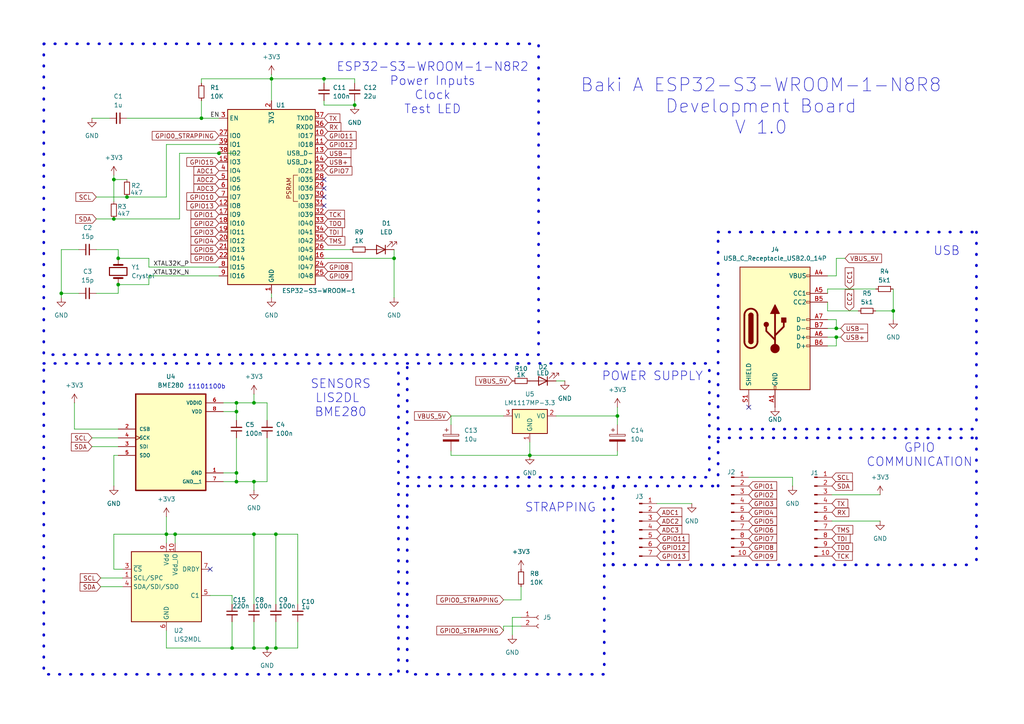
<source format=kicad_sch>
(kicad_sch (version 20250114) (generator "eeschema") (generator_version "9.0")
  (paper "A4")
  (title_block (title "ESP32-S3-WROOM-1-N8R2 Development Board") (date "2025-06-02") (rev "1.0"))
  (lib_symbols
    (symbol "BME280:BME280" (pin_names (offset 1.016))
      (property "Reference" "U" (at -10.1662 13.3431 0))
      (property "Value" "BME280" (at -10.1683 -17.7924 0))
      (symbol "BME280_0_0"
        (rectangle (start -10.16 -15.24) (end 10.16 12.7) (stroke (width 0.4064)) (fill (type background)))
        (pin input line (at -15.24 2.54 0) (length 5.08) (name "CSB") (number "2"))
        (pin input clock (at -15.24 0 0) (length 5.08) (name "SCK") (number "4"))
        (pin bidirectional line (at -15.24 -2.54 0) (length 5.08) (name "SDI") (number "3"))
        (pin bidirectional line (at -15.24 -5.08 0) (length 5.08) (name "SDO") (number "5"))
        (pin power_in line (at 15.24 10.16 180) (length 5.08) (name "VDDIO") (number "6"))
        (pin power_in line (at 15.24 7.62 180) (length 5.08) (name "VDD") (number "8"))
        (pin power_in line (at 15.24 -10.16 180) (length 5.08) (name "GND") (number "1"))
        (pin power_in line (at 15.24 -12.7 180) (length 5.08) (name "GND__1") (number "7"))
      )
    )
    (symbol "Connector:Conn_01x02_Socket" (pin_names (offset 1.016) (hide yes))
      (property "Reference" "J" (at 0 2.54 0))
      (property "Value" "Conn_01x02_Socket" (at 0 -5.08 0))
      (symbol "Conn_01x02_Socket_1_1"
        (polyline (pts (xy -1.27 0) (xy -0.508 0)) (stroke (width 0.1524)))
        (polyline (pts (xy -1.27 -2.54) (xy -0.508 -2.54)) (stroke (width 0.1524)))
        (arc (start 0 -0.508) (mid -0.5058 0) (end 0 0.508) (stroke (width 0.1524)))
        (arc (start 0 -3.048) (mid -0.5058 -2.54) (end 0 -2.032) (stroke (width 0.1524)))
        (pin passive line (at -5.08 0 0) (length 3.81) (name "Pin_1") (number "1"))
        (pin passive line (at -5.08 -2.54 0) (length 3.81) (name "Pin_2") (number "2"))
      )
    )
    (symbol "Connector:Conn_01x07_Pin" (pin_names (offset 1.016) (hide yes))
      (property "Reference" "J" (at 0 10.16 0))
      (property "Value" "Conn_01x07_Pin" (at 0 -10.16 0))
      (symbol "Conn_01x07_Pin_1_1"
        (rectangle (start 0.8636 7.747) (end 0 7.493) (stroke (width 0.1524)) (fill (type outline)))
        (rectangle (start 0.8636 5.207) (end 0 4.953) (stroke (width 0.1524)) (fill (type outline)))
        (rectangle (start 0.8636 2.667) (end 0 2.413) (stroke (width 0.1524)) (fill (type outline)))
        (rectangle (start 0.8636 0.127) (end 0 -0.127) (stroke (width 0.1524)) (fill (type outline)))
        (rectangle (start 0.8636 -2.413) (end 0 -2.667) (stroke (width 0.1524)) (fill (type outline)))
        (rectangle (start 0.8636 -4.953) (end 0 -5.207) (stroke (width 0.1524)) (fill (type outline)))
        (rectangle (start 0.8636 -7.493) (end 0 -7.747) (stroke (width 0.1524)) (fill (type outline)))
        (polyline (pts (xy 1.27 7.62) (xy 0.8636 7.62)) (stroke (width 0.1524)))
        (polyline (pts (xy 1.27 5.08) (xy 0.8636 5.08)) (stroke (width 0.1524)))
        (polyline (pts (xy 1.27 2.54) (xy 0.8636 2.54)) (stroke (width 0.1524)))
        (polyline (pts (xy 1.27 0) (xy 0.8636 0)) (stroke (width 0.1524)))
        (polyline (pts (xy 1.27 -2.54) (xy 0.8636 -2.54)) (stroke (width 0.1524)))
        (polyline (pts (xy 1.27 -5.08) (xy 0.8636 -5.08)) (stroke (width 0.1524)))
        (polyline (pts (xy 1.27 -7.62) (xy 0.8636 -7.62)) (stroke (width 0.1524)))
        (pin passive line (at 5.08 7.62 180) (length 3.81) (name "Pin_1") (number "1"))
        (pin passive line (at 5.08 5.08 180) (length 3.81) (name "Pin_2") (number "2"))
        (pin passive line (at 5.08 2.54 180) (length 3.81) (name "Pin_3") (number "3"))
        (pin passive line (at 5.08 0 180) (length 3.81) (name "Pin_4") (number "4"))
        (pin passive line (at 5.08 -2.54 180) (length 3.81) (name "Pin_5") (number "5"))
        (pin passive line (at 5.08 -5.08 180) (length 3.81) (name "Pin_6") (number "6"))
        (pin passive line (at 5.08 -7.62 180) (length 3.81) (name "Pin_7") (number "7"))
      )
    )
    (symbol "Connector:Conn_01x10_Pin" (pin_names (offset 1.016) (hide yes))
      (property "Reference" "J" (at 0 12.7 0))
      (property "Value" "Conn_01x10_Pin" (at 0 -15.24 0))
      (symbol "Conn_01x10_Pin_1_1"
        (rectangle (start 0.8636 10.287) (end 0 10.033) (stroke (width 0.1524)) (fill (type outline)))
        (rectangle (start 0.8636 7.747) (end 0 7.493) (stroke (width 0.1524)) (fill (type outline)))
        (rectangle (start 0.8636 5.207) (end 0 4.953) (stroke (width 0.1524)) (fill (type outline)))
        (rectangle (start 0.8636 2.667) (end 0 2.413) (stroke (width 0.1524)) (fill (type outline)))
        (rectangle (start 0.8636 0.127) (end 0 -0.127) (stroke (width 0.1524)) (fill (type outline)))
        (rectangle (start 0.8636 -2.413) (end 0 -2.667) (stroke (width 0.1524)) (fill (type outline)))
        (rectangle (start 0.8636 -4.953) (end 0 -5.207) (stroke (width 0.1524)) (fill (type outline)))
        (rectangle (start 0.8636 -7.493) (end 0 -7.747) (stroke (width 0.1524)) (fill (type outline)))
        (rectangle (start 0.8636 -10.033) (end 0 -10.287) (stroke (width 0.1524)) (fill (type outline)))
        (rectangle (start 0.8636 -12.573) (end 0 -12.827) (stroke (width 0.1524)) (fill (type outline)))
        (polyline (pts (xy 1.27 10.16) (xy 0.8636 10.16)) (stroke (width 0.1524)))
        (polyline (pts (xy 1.27 7.62) (xy 0.8636 7.62)) (stroke (width 0.1524)))
        (polyline (pts (xy 1.27 5.08) (xy 0.8636 5.08)) (stroke (width 0.1524)))
        (polyline (pts (xy 1.27 2.54) (xy 0.8636 2.54)) (stroke (width 0.1524)))
        (polyline (pts (xy 1.27 0) (xy 0.8636 0)) (stroke (width 0.1524)))
        (polyline (pts (xy 1.27 -2.54) (xy 0.8636 -2.54)) (stroke (width 0.1524)))
        (polyline (pts (xy 1.27 -5.08) (xy 0.8636 -5.08)) (stroke (width 0.1524)))
        (polyline (pts (xy 1.27 -7.62) (xy 0.8636 -7.62)) (stroke (width 0.1524)))
        (polyline (pts (xy 1.27 -10.16) (xy 0.8636 -10.16)) (stroke (width 0.1524)))
        (polyline (pts (xy 1.27 -12.7) (xy 0.8636 -12.7)) (stroke (width 0.1524)))
        (pin passive line (at 5.08 10.16 180) (length 3.81) (name "Pin_1") (number "1"))
        (pin passive line (at 5.08 7.62 180) (length 3.81) (name "Pin_2") (number "2"))
        (pin passive line (at 5.08 5.08 180) (length 3.81) (name "Pin_3") (number "3"))
        (pin passive line (at 5.08 2.54 180) (length 3.81) (name "Pin_4") (number "4"))
        (pin passive line (at 5.08 0 180) (length 3.81) (name "Pin_5") (number "5"))
        (pin passive line (at 5.08 -2.54 180) (length 3.81) (name "Pin_6") (number "6"))
        (pin passive line (at 5.08 -5.08 180) (length 3.81) (name "Pin_7") (number "7"))
        (pin passive line (at 5.08 -7.62 180) (length 3.81) (name "Pin_8") (number "8"))
        (pin passive line (at 5.08 -10.16 180) (length 3.81) (name "Pin_9") (number "9"))
        (pin passive line (at 5.08 -12.7 180) (length 3.81) (name "Pin_10") (number "10"))
      )
    )
    (symbol "Connector:USB_C_Receptacle_USB2.0_14P" (pin_names (offset 1.016))
      (property "Reference" "J" (at 0 22.225 0))
      (property "Value" "USB_C_Receptacle_USB2.0_14P" (at 0 19.685 0))
      (symbol "USB_C_Receptacle_USB2.0_14P_0_0"
        (rectangle (start -0.254 -17.78) (end 0.254 -16.764))
        (rectangle (start 10.16 15.494) (end 9.144 14.986))
        (rectangle (start 10.16 10.414) (end 9.144 9.906))
        (rectangle (start 10.16 7.874) (end 9.144 7.366))
        (rectangle (start 10.16 2.794) (end 9.144 2.286))
        (rectangle (start 10.16 0.254) (end 9.144 -0.254))
        (rectangle (start 10.16 -2.286) (end 9.144 -2.794))
        (rectangle (start 10.16 -4.826) (end 9.144 -5.334))
      )
      (symbol "USB_C_Receptacle_USB2.0_14P_0_1"
        (rectangle (start -10.16 17.78) (end 10.16 -17.78) (stroke (width 0.254)) (fill (type background)))
        (polyline (pts (xy -8.89 -3.81) (xy -8.89 3.81)) (stroke (width 0.508)))
        (rectangle (start -7.62 -3.81) (end -6.35 3.81) (stroke (width 0.254)) (fill (type outline)))
        (arc (start -7.62 3.81) (mid -6.985 4.4423) (end -6.35 3.81) (stroke (width 0.254)))
        (arc (start -7.62 3.81) (mid -6.985 4.4423) (end -6.35 3.81) (stroke (width 0.254)) (fill (type outline)))
        (arc (start -8.89 3.81) (mid -6.985 5.7067) (end -5.08 3.81) (stroke (width 0.508)))
        (arc (start -5.08 -3.81) (mid -6.985 -5.7067) (end -8.89 -3.81) (stroke (width 0.508)))
        (arc (start -6.35 -3.81) (mid -6.985 -4.4423) (end -7.62 -3.81) (stroke (width 0.254)))
        (arc (start -6.35 -3.81) (mid -6.985 -4.4423) (end -7.62 -3.81) (stroke (width 0.254)) (fill (type outline)))
        (polyline (pts (xy -5.08 3.81) (xy -5.08 -3.81)) (stroke (width 0.508)))
        (circle (center -2.54 1.143) (radius 0.635) (stroke (width 0.254)) (fill (type outline)))
        (polyline (pts (xy -1.27 4.318) (xy 0 6.858) (xy 1.27 4.318) (xy -1.27 4.318)) (stroke (width 0.254)) (fill (type outline)))
        (polyline (pts (xy 0 -2.032) (xy 2.54 0.508) (xy 2.54 1.778)) (stroke (width 0.508)))
        (polyline (pts (xy 0 -3.302) (xy -2.54 -0.762) (xy -2.54 0.508)) (stroke (width 0.508)))
        (polyline (pts (xy 0 -5.842) (xy 0 4.318)) (stroke (width 0.508)))
        (circle (center 0 -5.842) (radius 1.27) (fill (type outline)))
        (rectangle (start 1.905 1.778) (end 3.175 3.048) (stroke (width 0.254)) (fill (type outline)))
      )
      (symbol "USB_C_Receptacle_USB2.0_14P_1_1"
        (pin passive line (at -7.62 -22.86 90) (length 5.08) (name "SHIELD") (number "S1"))
        (pin passive line (at 0 -22.86 90) (length 5.08) (name "GND") (number "A1"))
        (pin passive line (at 0 -22.86 90) (length 5.08) (hide yes) (name "GND") (number "A12"))
        (pin passive line (at 0 -22.86 90) (length 5.08) (hide yes) (name "GND") (number "B1"))
        (pin passive line (at 0 -22.86 90) (length 5.08) (hide yes) (name "GND") (number "B12"))
        (pin passive line (at 15.24 15.24 180) (length 5.08) (name "VBUS") (number "A4"))
        (pin passive line (at 15.24 15.24 180) (length 5.08) (hide yes) (name "VBUS") (number "A9"))
        (pin passive line (at 15.24 15.24 180) (length 5.08) (hide yes) (name "VBUS") (number "B4"))
        (pin passive line (at 15.24 15.24 180) (length 5.08) (hide yes) (name "VBUS") (number "B9"))
        (pin bidirectional line (at 15.24 10.16 180) (length 5.08) (name "CC1") (number "A5"))
        (pin bidirectional line (at 15.24 7.62 180) (length 5.08) (name "CC2") (number "B5"))
        (pin bidirectional line (at 15.24 2.54 180) (length 5.08) (name "D-") (number "A7"))
        (pin bidirectional line (at 15.24 0 180) (length 5.08) (name "D-") (number "B7"))
        (pin bidirectional line (at 15.24 -2.54 180) (length 5.08) (name "D+") (number "A6"))
        (pin bidirectional line (at 15.24 -5.08 180) (length 5.08) (name "D+") (number "B6"))
      )
    )
    (symbol "Device:C_Polarized" (pin_numbers (hide yes)) (pin_names (offset 0.254))
      (property "Reference" "C" (at 0.635 2.54 0))
      (property "Value" "C_Polarized" (at 0.635 -2.54 0))
      (symbol "C_Polarized_0_1"
        (rectangle (start -2.286 0.508) (end 2.286 1.016))
        (polyline (pts (xy -1.778 2.286) (xy -0.762 2.286)))
        (polyline (pts (xy -1.27 2.794) (xy -1.27 1.778)))
        (rectangle (start 2.286 -0.508) (end -2.286 -1.016) (fill (type outline)))
      )
      (symbol "C_Polarized_1_1"
        (pin passive line (at 0 3.81 270) (length 2.794) (name "~") (number "1"))
        (pin passive line (at 0 -3.81 90) (length 2.794) (name "~") (number "2"))
      )
    )
    (symbol "Device:C_Small" (pin_numbers (hide yes)) (pin_names (offset 0.254) (hide yes))
      (property "Reference" "C" (at 0.254 1.778 0))
      (property "Value" "C_Small" (at 0.254 -2.032 0))
      (symbol "C_Small_0_1"
        (polyline (pts (xy -1.524 0.508) (xy 1.524 0.508)) (stroke (width 0.3048)))
        (polyline (pts (xy -1.524 -0.508) (xy 1.524 -0.508)) (stroke (width 0.3302)))
      )
      (symbol "C_Small_1_1"
        (pin passive line (at 0 2.54 270) (length 2.032) (name "~") (number "1"))
        (pin passive line (at 0 -2.54 90) (length 2.032) (name "~") (number "2"))
      )
    )
    (symbol "Device:Crystal" (pin_numbers (hide yes)) (pin_names (offset 1.016) (hide yes))
      (property "Reference" "Y" (at 0 3.81 0))
      (property "Value" "Crystal" (at 0 -3.81 0))
      (symbol "Crystal_0_1"
        (polyline (pts (xy -2.54 0) (xy -1.905 0)))
        (polyline (pts (xy -1.905 -1.27) (xy -1.905 1.27)) (stroke (width 0.508)))
        (rectangle (start -1.143 2.54) (end 1.143 -2.54) (stroke (width 0.3048)))
        (polyline (pts (xy 1.905 -1.27) (xy 1.905 1.27)) (stroke (width 0.508)))
        (polyline (pts (xy 2.54 0) (xy 1.905 0)))
      )
      (symbol "Crystal_1_1"
        (pin passive line (at -3.81 0 0) (length 1.27) (name "1") (number "1"))
        (pin passive line (at 3.81 0 180) (length 1.27) (name "2") (number "2"))
      )
    )
    (symbol "Device:LED" (pin_numbers (hide yes)) (pin_names (offset 1.016) (hide yes))
      (property "Reference" "D" (at 0 2.54 0))
      (property "Value" "LED" (at 0 -2.54 0))
      (symbol "LED_0_1"
        (polyline (pts (xy -3.048 -0.762) (xy -4.572 -2.286) (xy -3.81 -2.286) (xy -4.572 -2.286) (xy -4.572 -1.524)))
        (polyline (pts (xy -1.778 -0.762) (xy -3.302 -2.286) (xy -2.54 -2.286) (xy -3.302 -2.286) (xy -3.302 -1.524)))
        (polyline (pts (xy -1.27 0) (xy 1.27 0)))
        (polyline (pts (xy -1.27 -1.27) (xy -1.27 1.27)) (stroke (width 0.254)))
        (polyline (pts (xy 1.27 -1.27) (xy 1.27 1.27) (xy -1.27 0) (xy 1.27 -1.27)) (stroke (width 0.254)))
      )
      (symbol "LED_1_1"
        (pin passive line (at -3.81 0 0) (length 2.54) (name "K") (number "1"))
        (pin passive line (at 3.81 0 180) (length 2.54) (name "A") (number "2"))
      )
    )
    (symbol "Device:R_Small" (pin_numbers (hide yes)) (pin_names (offset 0.254) (hide yes))
      (property "Reference" "R" (at 0.762 0.508 0))
      (property "Value" "R_Small" (at 0.762 -1.016 0))
      (symbol "R_Small_0_1"
        (rectangle (start -0.762 1.778) (end 0.762 -1.778) (stroke (width 0.2032)))
      )
      (symbol "R_Small_1_1"
        (pin passive line (at 0 2.54 270) (length 0.762) (name "~") (number "1"))
        (pin passive line (at 0 -2.54 90) (length 0.762) (name "~") (number "2"))
      )
    )
    (symbol "RF_Module:ESP32-S3-WROOM-1"
      (property "Reference" "U" (at -12.7 26.67 0))
      (property "Value" "ESP32-S3-WROOM-1" (at 12.7 26.67 0))
      (symbol "ESP32-S3-WROOM-1_0_0"
        (rectangle (start -12.7 25.4) (end 12.7 -25.4) (stroke (width 0.254)) (fill (type background)))
        (text "PSRAM" (at 5.08 2.54 900) (effects (font (size 1.27 1.27))))
      )
      (symbol "ESP32-S3-WROOM-1_0_1"
        (polyline (pts (xy 7.62 -1.27) (xy 6.35 -1.27) (xy 6.35 6.35) (xy 7.62 6.35)))
      )
      (symbol "ESP32-S3-WROOM-1_1_1"
        (pin input line (at -15.24 22.86 0) (length 2.54) (name "EN") (number "3"))
        (pin bidirectional line (at -15.24 17.78 0) (length 2.54) (name "IO0") (number "27"))
        (pin bidirectional line (at -15.24 15.24 0) (length 2.54) (name "IO1") (number "39"))
        (pin bidirectional line (at -15.24 12.7 0) (length 2.54) (name "IO2") (number "38"))
        (pin bidirectional line (at -15.24 10.16 0) (length 2.54) (name "IO3") (number "15"))
        (pin bidirectional line (at -15.24 7.62 0) (length 2.54) (name "IO4") (number "4"))
        (pin bidirectional line (at -15.24 5.08 0) (length 2.54) (name "IO5") (number "5"))
        (pin bidirectional line (at -15.24 2.54 0) (length 2.54) (name "IO6") (number "6"))
        (pin bidirectional line (at -15.24 0 0) (length 2.54) (name "IO7") (number "7"))
        (pin bidirectional line (at -15.24 -2.54 0) (length 2.54) (name "IO8") (number "12"))
        (pin bidirectional line (at -15.24 -5.08 0) (length 2.54) (name "IO9") (number "17"))
        (pin bidirectional line (at -15.24 -7.62 0) (length 2.54) (name "IO10") (number "18"))
        (pin bidirectional line (at -15.24 -10.16 0) (length 2.54) (name "IO11") (number "19"))
        (pin bidirectional line (at -15.24 -12.7 0) (length 2.54) (name "IO12") (number "20"))
        (pin bidirectional line (at -15.24 -15.24 0) (length 2.54) (name "IO13") (number "21"))
        (pin bidirectional line (at -15.24 -17.78 0) (length 2.54) (name "IO14") (number "22"))
        (pin bidirectional line (at -15.24 -20.32 0) (length 2.54) (name "IO15") (number "8"))
        (pin bidirectional line (at -15.24 -22.86 0) (length 2.54) (name "IO16") (number "9"))
        (pin power_in line (at 0 27.94 270) (length 2.54) (name "3V3") (number "2"))
        (pin power_in line (at 0 -27.94 90) (length 2.54) (name "GND") (number "1"))
        (pin passive line (at 0 -27.94 90) (length 2.54) (hide yes) (name "GND") (number "40"))
        (pin passive line (at 0 -27.94 90) (length 2.54) (hide yes) (name "GND") (number "41"))
        (pin bidirectional line (at 15.24 22.86 180) (length 2.54) (name "TXD0") (number "37"))
        (pin bidirectional line (at 15.24 20.32 180) (length 2.54) (name "RXD0") (number "36"))
        (pin bidirectional line (at 15.24 17.78 180) (length 2.54) (name "IO17") (number "10"))
        (pin bidirectional line (at 15.24 15.24 180) (length 2.54) (name "IO18") (number "11"))
        (pin bidirectional line (at 15.24 12.7 180) (length 2.54) (name "USB_D-") (number "13"))
        (pin bidirectional line (at 15.24 10.16 180) (length 2.54) (name "USB_D+") (number "14"))
        (pin bidirectional line (at 15.24 7.62 180) (length 2.54) (name "IO21") (number "23"))
        (pin bidirectional line (at 15.24 5.08 180) (length 2.54) (name "IO35") (number "28"))
        (pin bidirectional line (at 15.24 2.54 180) (length 2.54) (name "IO36") (number "29"))
        (pin bidirectional line (at 15.24 0 180) (length 2.54) (name "IO37") (number "30"))
        (pin bidirectional line (at 15.24 -2.54 180) (length 2.54) (name "IO38") (number "31"))
        (pin bidirectional line (at 15.24 -5.08 180) (length 2.54) (name "IO39") (number "32"))
        (pin bidirectional line (at 15.24 -7.62 180) (length 2.54) (name "IO40") (number "33"))
        (pin bidirectional line (at 15.24 -10.16 180) (length 2.54) (name "IO41") (number "34"))
        (pin bidirectional line (at 15.24 -12.7 180) (length 2.54) (name "IO42") (number "35"))
        (pin bidirectional line (at 15.24 -15.24 180) (length 2.54) (name "IO45") (number "26"))
        (pin bidirectional line (at 15.24 -17.78 180) (length 2.54) (name "IO46") (number "16"))
        (pin bidirectional line (at 15.24 -20.32 180) (length 2.54) (name "IO47") (number "24"))
        (pin bidirectional line (at 15.24 -22.86 180) (length 2.54) (name "IO48") (number "25"))
      )
    )
    (symbol "Regulator_Linear:LM1117MP-3.3"
      (property "Reference" "U" (at -3.81 3.175 0))
      (property "Value" "LM1117MP-3.3" (at 0 3.175 0))
      (symbol "LM1117MP-3.3_0_1"
        (rectangle (start -5.08 -5.08) (end 5.08 1.905) (stroke (width 0.254)) (fill (type background)))
      )
      (symbol "LM1117MP-3.3_1_1"
        (pin power_in line (at -7.62 0 0) (length 2.54) (name "VI") (number "3"))
        (pin power_in line (at 0 -7.62 90) (length 2.54) (name "GND") (number "1"))
        (pin power_out line (at 7.62 0 180) (length 2.54) (name "VO") (number "2"))
      )
    )
    (symbol "Sensor_Magnetic:LIS2MDL"
      (property "Reference" "U" (at -8.89 11.43 0))
      (property "Value" "LIS2MDL" (at 7.62 11.43 0))
      (symbol "LIS2MDL_0_1"
        (rectangle (start -10.16 10.16) (end 10.16 -10.16) (stroke (width 0.254)) (fill (type background)))
      )
      (symbol "LIS2MDL_1_1"
        (pin input line (at -12.7 5.08 0) (length 2.54) (name "~{CS}") (number "3"))
        (pin input line (at -12.7 2.54 0) (length 2.54) (name "SCL/SPC") (number "1"))
        (pin bidirectional line (at -12.7 0 0) (length 2.54) (name "SDA/SDI/SDO") (number "4"))
        (pin no_connect line (at -10.16 -5.08 0) (length 2.54) (hide yes) (name "NC") (number "2"))
        (pin no_connect line (at -10.16 -7.62 0) (length 2.54) (hide yes) (name "NC") (number "11"))
        (pin power_in line (at 0 12.7 270) (length 2.54) (name "Vdd") (number "9"))
        (pin power_in line (at 0 -12.7 90) (length 2.54) (name "GND") (number "6"))
        (pin passive line (at 0 -12.7 90) (length 2.54) (hide yes) (name "GND") (number "8"))
        (pin power_in line (at 2.54 12.7 270) (length 2.54) (name "Vdd_IO") (number "10"))
        (pin no_connect line (at 10.16 -7.62 180) (length 2.54) (hide yes) (name "NC") (number "12"))
        (pin output line (at 12.7 5.08 180) (length 2.54) (name "DRDY") (number "7"))
        (pin power_out line (at 12.7 -2.54 180) (length 2.54) (name "C1") (number "5"))
      )
    )
    (symbol "power:+3V3" (power) (pin_numbers (hide yes)) (pin_names (offset 0) (hide yes))
      (property "Value" "+3V3" (at 0 3.556 0))
      (symbol "+3V3_0_1"
        (polyline (pts (xy -0.762 1.27) (xy 0 2.54)))
        (polyline (pts (xy 0 2.54) (xy 0.762 1.27)))
        (polyline (pts (xy 0 0) (xy 0 2.54)))
      )
      (symbol "+3V3_1_1"
        (pin power_in line (at 0 0 90) (length 0) (name "~") (number "1"))
      )
    )
    (symbol "power:GND" (power) (pin_numbers (hide yes)) (pin_names (offset 0) (hide yes))
      (property "Value" "GND" (at 0 -3.81 0))
      (symbol "GND_0_1"
        (polyline (pts (xy 0 0) (xy 0 -1.27) (xy 1.27 -1.27) (xy 0 -2.54) (xy -1.27 -1.27) (xy 0 -1.27)))
      )
      (symbol "GND_1_1"
        (pin power_in line (at 0 0 270) (length 0) (name "~") (number "1"))
      )
    )
  )
  (rectangle (start 12.7 12.7) (end 156.21 102.87) (stroke (width 0.762) (type dot)))
  (rectangle (start 12.7 105.41) (end 115.57 195.58) (stroke (width 0.762) (type dot)))
  (rectangle (start 118.11 105.41) (end 205.74 138.43) (stroke (width 0.762) (type dot)))
  (rectangle (start 118.11 140.97) (end 175.26 195.58) (stroke (width 0.762) (type dot)))
  (text "Baki A ESP32-S3-WROOM-1-N8R8\nDevelopment Board\nV 1.0\n " (at 220.726 34.036 0) (effects (font (size 3.81 3.81))))
  (text "USB\n" (at 274.574 72.898 0) (effects (font (size 2.54 2.54))))
  (text "11101100b" (at 59.944 112.268 0) (effects (font (size 1.27 1.27))))
  (text "POWER SUPPLY" (at 189.23 109.22 0) (effects (font (size 2.54 2.54))))
  (text "GPIO\nCOMMUNICATION\n" (at 266.7 132.08 0) (effects (font (size 2.54 2.54))))
  (text "SENSORS\nLIS2DL \nBME280\n" (at 98.806 115.57 0) (effects (font (size 2.54 2.54))))
  (text "STRAPPING\n" (at 162.56 147.32 0) (effects (font (size 2.54 2.54))))
  (text "ESP32-S3-WROOM-1-N8R2\nPower Inputs\nClock\nTest LED\n" (at 125.476 25.654 0) (effects (font (size 2.54 2.54))))
  (junction (at 153.67 132.08))
  (junction (at 242.57 97.79))
  (junction (at 80.01 154.94))
  (junction (at 34.29 82.55))
  (junction (at 73.66 139.7))
  (junction (at 68.58 137.16))
  (junction (at 114.3 74.93))
  (junction (at 73.66 116.84))
  (junction (at 68.58 116.84))
  (junction (at 259.08 90.17))
  (junction (at 36.83 57.15))
  (junction (at 33.02 52.07))
  (junction (at 80.01 187.96))
  (junction (at 242.57 95.25))
  (junction (at 48.26 154.94))
  (junction (at 50.8 154.94))
  (junction (at 78.74 22.86))
  (junction (at 67.31 187.96))
  (junction (at 63.5 44.45))
  (junction (at 93.98 22.86))
  (junction (at 77.47 187.96))
  (junction (at 73.66 187.96))
  (junction (at 33.02 63.5))
  (junction (at 102.87 30.48))
  (junction (at 68.58 119.38))
  (junction (at 34.29 74.93))
  (junction (at 68.58 139.7))
  (junction (at 17.78 85.09))
  (junction (at 73.66 154.94))
  (junction (at 58.42 34.29))
  (junction (at 179.07 120.65))
  (no_connect (at 93.98 57.15))
  (no_connect (at 93.98 54.61))
  (no_connect (at 60.96 165.1))
  (no_connect (at 217.17 118.11))
  (no_connect (at 93.98 59.69))
  (no_connect (at 93.98 52.07))
  (wire (pts (xy 77.47 187.96) (xy 73.66 187.96)))
  (wire (pts (xy 58.42 22.86) (xy 78.74 22.86)))
  (wire (pts (xy 27.94 85.09) (xy 34.29 85.09)))
  (wire (pts (xy 77.47 121.92) (xy 77.47 116.84)))
  (wire (pts (xy 73.66 114.3) (xy 73.66 116.84)))
  (wire (pts (xy 200.66 146.05) (xy 190.5 146.05)))
  (wire (pts (xy 130.81 132.08) (xy 130.81 130.81)))
  (wire (pts (xy 86.36 154.94) (xy 80.01 154.94)))
  (wire (pts (xy 93.98 74.93) (xy 114.3 74.93)))
  (wire (pts (xy 153.67 128.27) (xy 153.67 132.08)))
  (wire (pts (xy 26.67 127) (xy 34.29 127)))
  (wire (pts (xy 242.57 74.93) (xy 242.57 80.01)))
  (wire (pts (xy 58.42 24.13) (xy 58.42 22.86)))
  (polyline (pts (xy 208.28 127) (xy 283.21 127)) (stroke (width 0.762) (type dot)))
  (wire (pts (xy 43.18 80.01) (xy 43.18 82.55)))
  (wire (pts (xy 63.5 80.01) (xy 43.18 80.01)))
  (wire (pts (xy 229.87 138.43) (xy 217.17 138.43)))
  (wire (pts (xy 73.66 154.94) (xy 80.01 154.94)))
  (wire (pts (xy 255.27 151.13) (xy 241.3 151.13)))
  (wire (pts (xy 64.77 119.38) (xy 68.58 119.38)))
  (wire (pts (xy 102.87 29.21) (xy 102.87 30.48)))
  (wire (pts (xy 254 90.17) (xy 259.08 90.17)))
  (wire (pts (xy 48.26 154.94) (xy 48.26 157.48)))
  (wire (pts (xy 148.59 179.07) (xy 151.13 179.07)))
  (wire (pts (xy 63.5 77.47) (xy 43.18 77.47)))
  (wire (pts (xy 153.67 132.08) (xy 179.07 132.08)))
  (wire (pts (xy 67.31 175.26) (xy 67.31 172.72)))
  (wire (pts (xy 17.78 72.39) (xy 22.86 72.39)))
  (wire (pts (xy 93.98 30.48) (xy 102.87 30.48)))
  (polyline (pts (xy 177.8 140.97) (xy 208.28 140.97)) (stroke (width 0.762) (type dot)))
  (wire (pts (xy 26.67 34.29) (xy 31.75 34.29)))
  (wire (pts (xy 151.13 173.99) (xy 151.13 170.18)))
  (wire (pts (xy 67.31 187.96) (xy 67.31 180.34)))
  (wire (pts (xy 161.29 120.65) (xy 179.07 120.65)))
  (wire (pts (xy 33.02 165.1) (xy 33.02 154.94)))
  (wire (pts (xy 50.8 157.48) (xy 50.8 154.94)))
  (wire (pts (xy 68.58 139.7) (xy 73.66 139.7)))
  (wire (pts (xy 26.67 129.54) (xy 34.29 129.54)))
  (wire (pts (xy 240.03 95.25) (xy 242.57 95.25)))
  (wire (pts (xy 77.47 127) (xy 77.47 139.7)))
  (wire (pts (xy 240.03 97.79) (xy 242.57 97.79)))
  (wire (pts (xy 33.02 132.08) (xy 33.02 140.97)))
  (wire (pts (xy 33.02 154.94) (xy 48.26 154.94)))
  (wire (pts (xy 93.98 29.21) (xy 93.98 30.48)))
  (wire (pts (xy 36.83 57.15) (xy 48.26 57.15)))
  (polyline (pts (xy 283.21 127) (xy 283.21 163.83)) (stroke (width 0.762) (type dot)))
  (wire (pts (xy 17.78 86.36) (xy 17.78 85.09)))
  (wire (pts (xy 68.58 44.45) (xy 63.5 44.45)))
  (wire (pts (xy 68.58 139.7) (xy 64.77 139.7)))
  (wire (pts (xy 21.59 124.46) (xy 34.29 124.46)))
  (wire (pts (xy 240.03 92.71) (xy 242.57 92.71)))
  (wire (pts (xy 77.47 139.7) (xy 73.66 139.7)))
  (wire (pts (xy 33.02 50.8) (xy 33.02 52.07)))
  (wire (pts (xy 43.18 77.47) (xy 43.18 74.93)))
  (wire (pts (xy 33.02 165.1) (xy 35.56 165.1)))
  (wire (pts (xy 33.02 58.42) (xy 33.02 52.07)))
  (wire (pts (xy 77.47 116.84) (xy 73.66 116.84)))
  (wire (pts (xy 80.01 187.96) (xy 77.47 187.96)))
  (wire (pts (xy 93.98 72.39) (xy 101.6 72.39)))
  (wire (pts (xy 48.26 149.86) (xy 48.26 154.94)))
  (wire (pts (xy 245.11 74.93) (xy 242.57 74.93)))
  (wire (pts (xy 33.02 52.07) (xy 36.83 52.07)))
  (wire (pts (xy 93.98 22.86) (xy 93.98 24.13)))
  (wire (pts (xy 102.87 22.86) (xy 102.87 24.13)))
  (wire (pts (xy 179.07 120.65) (xy 179.07 123.19)))
  (wire (pts (xy 34.29 85.09) (xy 34.29 82.55)))
  (wire (pts (xy 80.01 180.34) (xy 80.01 187.96)))
  (wire (pts (xy 78.74 22.86) (xy 93.98 22.86)))
  (wire (pts (xy 58.42 29.21) (xy 58.42 34.29)))
  (wire (pts (xy 73.66 180.34) (xy 73.66 187.96)))
  (wire (pts (xy 68.58 116.84) (xy 68.58 119.38)))
  (wire (pts (xy 255.27 143.51) (xy 241.3 143.51)))
  (wire (pts (xy 240.03 90.17) (xy 248.92 90.17)))
  (wire (pts (xy 86.36 187.96) (xy 80.01 187.96)))
  (wire (pts (xy 242.57 80.01) (xy 240.03 80.01)))
  (wire (pts (xy 80.01 175.26) (xy 80.01 154.94)))
  (wire (pts (xy 43.18 82.55) (xy 34.29 82.55)))
  (wire (pts (xy 73.66 175.26) (xy 73.66 154.94)))
  (wire (pts (xy 58.42 34.29) (xy 63.5 34.29)))
  (wire (pts (xy 33.02 63.5) (xy 52.07 63.5)))
  (wire (pts (xy 68.58 119.38) (xy 68.58 121.92)))
  (wire (pts (xy 130.81 132.08) (xy 153.67 132.08)))
  (wire (pts (xy 68.58 116.84) (xy 73.66 116.84)))
  (wire (pts (xy 21.59 116.84) (xy 21.59 124.46)))
  (wire (pts (xy 29.21 170.18) (xy 35.56 170.18)))
  (wire (pts (xy 78.74 22.86) (xy 78.74 29.21)))
  (polyline (pts (xy 208.28 67.31) (xy 283.21 67.31)) (stroke (width 0.762) (type dot)))
  (wire (pts (xy 242.57 97.79) (xy 243.84 97.79)))
  (wire (pts (xy 242.57 92.71) (xy 242.57 95.25)))
  (wire (pts (xy 148.59 184.15) (xy 148.59 179.07)))
  (polyline (pts (xy 208.28 124.46) (xy 283.21 124.46)) (stroke (width 0.762) (type dot)))
  (wire (pts (xy 48.26 41.91) (xy 63.5 41.91)))
  (wire (pts (xy 229.87 140.97) (xy 229.87 138.43)))
  (wire (pts (xy 48.26 41.91) (xy 48.26 57.15)))
  (wire (pts (xy 259.08 90.17) (xy 259.08 92.71)))
  (wire (pts (xy 259.08 83.82) (xy 259.08 90.17)))
  (wire (pts (xy 240.03 100.33) (xy 242.57 100.33)))
  (wire (pts (xy 48.26 187.96) (xy 67.31 187.96)))
  (wire (pts (xy 242.57 100.33) (xy 242.57 97.79)))
  (wire (pts (xy 64.77 116.84) (xy 68.58 116.84)))
  (wire (pts (xy 27.94 57.15) (xy 36.83 57.15)))
  (wire (pts (xy 36.83 34.29) (xy 58.42 34.29)))
  (wire (pts (xy 17.78 72.39) (xy 17.78 85.09)))
  (wire (pts (xy 52.07 44.45) (xy 63.5 44.45)))
  (wire (pts (xy 179.07 118.11) (xy 179.07 120.65)))
  (wire (pts (xy 33.02 132.08) (xy 34.29 132.08)))
  (wire (pts (xy 17.78 85.09) (xy 22.86 85.09)))
  (wire (pts (xy 240.03 90.17) (xy 240.03 87.63)))
  (polyline (pts (xy 208.28 124.46) (xy 208.28 67.31)) (stroke (width 0.762) (type dot)))
  (polyline (pts (xy 208.28 140.97) (xy 208.28 127)) (stroke (width 0.762) (type dot)))
  (wire (pts (xy 43.18 74.93) (xy 34.29 74.93)))
  (wire (pts (xy 27.94 63.5) (xy 33.02 63.5)))
  (wire (pts (xy 130.81 120.65) (xy 146.05 120.65)))
  (wire (pts (xy 146.05 173.99) (xy 151.13 173.99)))
  (wire (pts (xy 114.3 74.93) (xy 114.3 86.36)))
  (wire (pts (xy 78.74 21.59) (xy 78.74 22.86)))
  (wire (pts (xy 78.74 86.36) (xy 78.74 85.09)))
  (wire (pts (xy 86.36 175.26) (xy 86.36 154.94)))
  (wire (pts (xy 240.03 83.82) (xy 240.03 85.09)))
  (wire (pts (xy 48.26 182.88) (xy 48.26 187.96)))
  (wire (pts (xy 67.31 187.96) (xy 73.66 187.96)))
  (wire (pts (xy 163.83 110.49) (xy 161.29 110.49)))
  (wire (pts (xy 48.26 154.94) (xy 50.8 154.94)))
  (wire (pts (xy 130.81 123.19) (xy 130.81 120.65)))
  (wire (pts (xy 73.66 142.24) (xy 73.66 139.7)))
  (wire (pts (xy 114.3 72.39) (xy 114.3 74.93)))
  (wire (pts (xy 179.07 132.08) (xy 179.07 130.81)))
  (wire (pts (xy 93.98 22.86) (xy 102.87 22.86)))
  (wire (pts (xy 52.07 63.5) (xy 52.07 44.45)))
  (wire (pts (xy 67.31 172.72) (xy 60.96 172.72)))
  (polyline (pts (xy 177.8 163.83) (xy 283.21 163.83)) (stroke (width 0.762) (type dot)))
  (polyline (pts (xy 177.8 163.83) (xy 177.8 140.97)) (stroke (width 0.762) (type dot)))
  (wire (pts (xy 146.05 181.61) (xy 151.13 181.61)))
  (wire (pts (xy 68.58 137.16) (xy 68.58 139.7)))
  (wire (pts (xy 29.21 167.64) (xy 35.56 167.64)))
  (wire (pts (xy 240.03 83.82) (xy 254 83.82)))
  (wire (pts (xy 242.57 95.25) (xy 243.84 95.25)))
  (wire (pts (xy 68.58 127) (xy 68.58 137.16)))
  (wire (pts (xy 146.05 182.88) (xy 146.05 181.61)))
  (polyline (pts (xy 283.21 67.31) (xy 283.21 124.46)) (stroke (width 0.762) (type dot)))
  (wire (pts (xy 27.94 72.39) (xy 34.29 72.39)))
  (wire (pts (xy 34.29 72.39) (xy 34.29 74.93)))
  (wire (pts (xy 64.77 137.16) (xy 68.58 137.16)))
  (wire (pts (xy 50.8 154.94) (xy 73.66 154.94)))
  (wire (pts (xy 86.36 180.34) (xy 86.36 187.96)))
  (label "XTAL32K_N" (at 44.45 80.01 0))
  (label "XTAL32K_P" (at 44.45 77.47 0))
  (label "EN" (at 60.96 34.29 0))
  (global_label "SDA" (shape input) (at 241.3 140.97 0) (property "Intersheetrefs" "${INTERSHEET_REFS}" (effects (hide yes))))
  (global_label "ADC2" (shape input) (at 63.5 52.07 180) (property "Intersheetrefs" "${INTERSHEET_REFS}" (effects (hide yes))))
  (global_label "CC1" (shape input) (at 246.38 83.82 90) (property "Intersheetrefs" "${INTERSHEET_REFS}" (effects (hide yes))))
  (global_label "GPIO4" (shape input) (at 217.17 148.59 0) (property "Intersheetrefs" "${INTERSHEET_REFS}" (effects (hide yes))))
  (global_label "RX" (shape input) (at 93.98 36.83 0) (property "Intersheetrefs" "${INTERSHEET_REFS}" (effects (hide yes))))
  (global_label "SCL" (shape input) (at 26.67 127 180) (property "Intersheetrefs" "${INTERSHEET_REFS}" (effects (hide yes))))
  (global_label "RX" (shape input) (at 241.3 148.59 0) (property "Intersheetrefs" "${INTERSHEET_REFS}" (effects (hide yes))))
  (global_label "SCL" (shape input) (at 241.3 138.43 0) (property "Intersheetrefs" "${INTERSHEET_REFS}" (effects (hide yes))))
  (global_label "TX" (shape input) (at 93.98 34.29 0) (property "Intersheetrefs" "${INTERSHEET_REFS}" (effects (hide yes))))
  (global_label "GPIO7" (shape input) (at 93.98 49.53 0) (property "Intersheetrefs" "${INTERSHEET_REFS}" (effects (hide yes))))
  (global_label "GPIO12" (shape input) (at 190.5 158.75 0) (property "Intersheetrefs" "${INTERSHEET_REFS}" (effects (hide yes))))
  (global_label "GPIO3" (shape input) (at 217.17 146.05 0) (property "Intersheetrefs" "${INTERSHEET_REFS}" (effects (hide yes))))
  (global_label "GPIO0_STRAPPING" (shape input) (at 63.5 39.37 180) (property "Intersheetrefs" "${INTERSHEET_REFS}" (effects (hide yes))))
  (global_label "GPIO1" (shape input) (at 63.5 62.23 180) (property "Intersheetrefs" "${INTERSHEET_REFS}" (effects (hide yes))))
  (global_label "GPIO1" (shape input) (at 217.17 140.97 0) (property "Intersheetrefs" "${INTERSHEET_REFS}" (effects (hide yes))))
  (global_label "TMS" (shape input) (at 241.3 153.67 0) (property "Intersheetrefs" "${INTERSHEET_REFS}" (effects (hide yes))))
  (global_label "GPIO5" (shape input) (at 217.17 151.13 0) (property "Intersheetrefs" "${INTERSHEET_REFS}" (effects (hide yes))))
  (global_label "GPIO5" (shape input) (at 63.5 72.39 180) (property "Intersheetrefs" "${INTERSHEET_REFS}" (effects (hide yes))))
  (global_label "ADC1" (shape input) (at 63.5 49.53 180) (property "Intersheetrefs" "${INTERSHEET_REFS}" (effects (hide yes))))
  (global_label "TDO" (shape input) (at 241.3 158.75 0) (property "Intersheetrefs" "${INTERSHEET_REFS}" (effects (hide yes))))
  (global_label "SDA" (shape input) (at 26.67 129.54 180) (property "Intersheetrefs" "${INTERSHEET_REFS}" (effects (hide yes))))
  (global_label "GPIO0_STRAPPING" (shape input) (at 146.05 173.99 180) (property "Intersheetrefs" "${INTERSHEET_REFS}" (effects (hide yes))))
  (global_label "GPIO13" (shape input) (at 190.5 161.29 0) (property "Intersheetrefs" "${INTERSHEET_REFS}" (effects (hide yes))))
  (global_label "GPIO9" (shape input) (at 217.17 161.29 0) (property "Intersheetrefs" "${INTERSHEET_REFS}" (effects (hide yes))))
  (global_label "GPIO2" (shape input) (at 63.5 64.77 180) (property "Intersheetrefs" "${INTERSHEET_REFS}" (effects (hide yes))))
  (global_label "USB+" (shape input) (at 243.84 97.79 0) (property "Intersheetrefs" "${INTERSHEET_REFS}" (effects (hide yes))))
  (global_label "SDA" (shape input) (at 29.21 170.18 180) (property "Intersheetrefs" "${INTERSHEET_REFS}" (effects (hide yes))))
  (global_label "TMS" (shape input) (at 93.98 69.85 0) (property "Intersheetrefs" "${INTERSHEET_REFS}" (effects (hide yes))))
  (global_label "SDA" (shape input) (at 27.94 63.5 180) (property "Intersheetrefs" "${INTERSHEET_REFS}" (effects (hide yes))))
  (global_label "SCL" (shape input) (at 27.94 57.15 180) (property "Intersheetrefs" "${INTERSHEET_REFS}" (effects (hide yes))))
  (global_label "TCK" (shape input) (at 241.3 161.29 0) (property "Intersheetrefs" "${INTERSHEET_REFS}" (effects (hide yes))))
  (global_label "TDO" (shape input) (at 93.98 64.77 0) (property "Intersheetrefs" "${INTERSHEET_REFS}" (effects (hide yes))))
  (global_label "ADC2" (shape input) (at 190.5 151.13 0) (property "Intersheetrefs" "${INTERSHEET_REFS}" (effects (hide yes))))
  (global_label "TCK" (shape input) (at 93.98 62.23 0) (property "Intersheetrefs" "${INTERSHEET_REFS}" (effects (hide yes))))
  (global_label "GPIO6" (shape input) (at 63.5 74.93 180) (property "Intersheetrefs" "${INTERSHEET_REFS}" (effects (hide yes))))
  (global_label "USB-" (shape input) (at 243.84 95.25 0) (property "Intersheetrefs" "${INTERSHEET_REFS}" (effects (hide yes))))
  (global_label "ADC3" (shape input) (at 63.5 54.61 180) (property "Intersheetrefs" "${INTERSHEET_REFS}" (effects (hide yes))))
  (global_label "GPIO3" (shape input) (at 63.5 67.31 180) (property "Intersheetrefs" "${INTERSHEET_REFS}" (effects (hide yes))))
  (global_label "USB-" (shape input) (at 93.98 44.45 0) (property "Intersheetrefs" "${INTERSHEET_REFS}" (effects (hide yes))))
  (global_label "VBUS_5V" (shape input) (at 130.81 120.65 180) (property "Intersheetrefs" "${INTERSHEET_REFS}" (effects (hide yes))))
  (global_label "GPIO8" (shape input) (at 93.98 77.47 0) (property "Intersheetrefs" "${INTERSHEET_REFS}" (effects (hide yes))))
  (global_label "GPIO13" (shape input) (at 63.5 59.69 180) (property "Intersheetrefs" "${INTERSHEET_REFS}" (effects (hide yes))))
  (global_label "TDI" (shape input) (at 93.98 67.31 0) (property "Intersheetrefs" "${INTERSHEET_REFS}" (effects (hide yes))))
  (global_label "GPIO11" (shape input) (at 93.98 39.37 0) (property "Intersheetrefs" "${INTERSHEET_REFS}" (effects (hide yes))))
  (global_label "GPIO10" (shape input) (at 63.5 57.15 180) (property "Intersheetrefs" "${INTERSHEET_REFS}" (effects (hide yes))))
  (global_label "TDI" (shape input) (at 241.3 156.21 0) (property "Intersheetrefs" "${INTERSHEET_REFS}" (effects (hide yes))))
  (global_label "SCL" (shape input) (at 29.21 167.64 180) (property "Intersheetrefs" "${INTERSHEET_REFS}" (effects (hide yes))))
  (global_label "GPIO4" (shape input) (at 63.5 69.85 180) (property "Intersheetrefs" "${INTERSHEET_REFS}" (effects (hide yes))))
  (global_label "GPIO11" (shape input) (at 190.5 156.21 0) (property "Intersheetrefs" "${INTERSHEET_REFS}" (effects (hide yes))))
  (global_label "VBUS_5V" (shape input) (at 245.11 74.93 0) (property "Intersheetrefs" "${INTERSHEET_REFS}" (effects (hide yes))))
  (global_label "GPIO8" (shape input) (at 217.17 158.75 0) (property "Intersheetrefs" "${INTERSHEET_REFS}" (effects (hide yes))))
  (global_label "GPIO6" (shape input) (at 217.17 153.67 0) (property "Intersheetrefs" "${INTERSHEET_REFS}" (effects (hide yes))))
  (global_label "VBUS_5V" (shape input) (at 148.59 110.49 180) (property "Intersheetrefs" "${INTERSHEET_REFS}" (effects (hide yes))))
  (global_label "GPIO12" (shape input) (at 93.98 41.91 0) (property "Intersheetrefs" "${INTERSHEET_REFS}" (effects (hide yes))))
  (global_label "GPIO0_STRAPPING" (shape input) (at 146.05 182.88 180) (property "Intersheetrefs" "${INTERSHEET_REFS}" (effects (hide yes))))
  (global_label "TX" (shape input) (at 241.3 146.05 0) (property "Intersheetrefs" "${INTERSHEET_REFS}" (effects (hide yes))))
  (global_label "GPIO9" (shape input) (at 93.98 80.01 0) (property "Intersheetrefs" "${INTERSHEET_REFS}" (effects (hide yes))))
  (global_label "ADC3" (shape input) (at 190.5 153.67 0) (property "Intersheetrefs" "${INTERSHEET_REFS}" (effects (hide yes))))
  (global_label "GPIO2" (shape input) (at 217.17 143.51 0) (property "Intersheetrefs" "${INTERSHEET_REFS}" (effects (hide yes))))
  (global_label "GPIO15" (shape input) (at 63.5 46.99 180) (property "Intersheetrefs" "${INTERSHEET_REFS}" (effects (hide yes))))
  (global_label "ADC1" (shape input) (at 190.5 148.59 0) (property "Intersheetrefs" "${INTERSHEET_REFS}" (effects (hide yes))))
  (global_label "USB+" (shape input) (at 93.98 46.99 0) (property "Intersheetrefs" "${INTERSHEET_REFS}" (effects (hide yes))))
  (global_label "CC2" (shape input) (at 246.38 90.17 90) (property "Intersheetrefs" "${INTERSHEET_REFS}" (effects (hide yes))))
  (global_label "GPIO7" (shape input) (at 217.17 156.21 0) (property "Intersheetrefs" "${INTERSHEET_REFS}" (effects (hide yes))))
  (symbol (lib_id "Device:C_Small") (at 68.58 124.46 180) (unit 1)
    (property "Reference" "C5" (at 71.12 123.1835 0) (effects (justify right)))
    (property "Value" "100n" (at 71.12 125.7235 0) (effects (justify right)))
    (property "Footprint" "Capacitor_SMD:C_1206_3216Metric" (effects (hide yes)))
    (property "Description" "Unpolarized capacitor, small symbol" (effects (hide yes)))
  )
  (symbol (lib_id "power:GND") (at 200.66 146.05 0) (unit 1)
    (property "Reference" "#PWR09" (effects (hide yes)))
    (property "Value" "GND" (at 200.66 151.13 0))
    (property "Description" "Power symbol creates a global label with name \"GND\" , ground" (effects (hide yes)))
  )
  (symbol (lib_id "Device:LED") (at 110.49 72.39 180) (unit 1)
    (property "Reference" "D1" (at 112.0775 64.77 0))
    (property "Value" "LED" (at 112.0775 67.31 0))
    (property "Footprint" "LED_SMD:LED_1206_3216Metric" (effects (hide yes)))
    (property "Description" "Light emitting diode" (effects (hide yes)))
    (property "Sim.Pins" "1=K 2=A" (effects (hide yes)))
  )
  (symbol (lib_id "Device:C_Small") (at 73.66 177.8 0) (mirror y) (unit 1)
    (property "Reference" "C8" (at 73.914 173.99 0) (effects (justify right)))
    (property "Value" "100n" (at 73.914 175.768 0) (effects (justify right)))
    (property "Footprint" "Capacitor_SMD:C_1206_3216Metric" (effects (hide yes)))
    (property "Description" "Unpolarized capacitor, small symbol" (effects (hide yes)))
  )
  (symbol (lib_id "power:GND") (at 163.83 110.49 0) (unit 1)
    (property "Reference" "#PWR021" (effects (hide yes)))
    (property "Value" "GND" (at 163.83 115.57 0))
    (property "Description" "Power symbol creates a global label with name \"GND\" , ground" (effects (hide yes)))
  )
  (symbol (lib_id "power:GND") (at 77.47 187.96 0) (unit 1)
    (property "Reference" "#PWR037" (effects (hide yes)))
    (property "Value" "GND" (at 77.47 193.04 0))
    (property "Description" "Power symbol creates a global label with name \"GND\" , ground" (effects (hide yes)))
  )
  (symbol (lib_id "Device:R_Small") (at 251.46 90.17 90) (unit 1)
    (property "Reference" "R5" (at 251.46 85.09 90))
    (property "Value" "5k1" (at 251.46 87.63 90))
    (property "Footprint" "Resistor_SMD:R_1206_3216Metric" (effects (hide yes)))
    (property "Description" "Resistor, small symbol" (effects (hide yes)))
  )
  (symbol (lib_id "power:+3V3") (at 48.26 149.86 0) (unit 1)
    (property "Reference" "#PWR033" (effects (hide yes)))
    (property "Value" "+3V3" (at 48.26 144.78 0))
    (property "Description" "Power symbol creates a global label with name \"+3V3\"" (effects (hide yes)))
  )
  (symbol (lib_id "power:GND") (at 148.59 184.15 0) (unit 1)
    (property "Reference" "#PWR018" (effects (hide yes)))
    (property "Value" "GND" (at 148.59 189.23 0))
    (property "Description" "Power symbol creates a global label with name \"GND\" , ground" (effects (hide yes)))
  )
  (symbol (lib_id "power:GND") (at 73.66 142.24 0) (unit 1)
    (property "Reference" "#PWR010" (effects (hide yes)))
    (property "Value" "GND" (at 73.66 147.32 0))
    (property "Description" "Power symbol creates a global label with name \"GND\" , ground" (effects (hide yes)))
  )
  (symbol (lib_id "Device:LED") (at 157.48 110.49 180) (unit 1)
    (property "Reference" "D2" (at 157.48 106.426 0))
    (property "Value" "LED" (at 157.48 108.204 0))
    (property "Footprint" "LED_SMD:LED_1206_3216Metric" (effects (hide yes)))
    (property "Description" "Light emitting diode" (effects (hide yes)))
    (property "Sim.Pins" "1=K 2=A" (effects (hide yes)))
  )
  (symbol (lib_id "Sensor_Magnetic:LIS2MDL") (at 48.26 170.18 0) (unit 1)
    (property "Reference" "U2" (at 50.4033 182.88 0) (effects (justify left)))
    (property "Value" "LIS2MDL" (at 50.4033 185.42 0) (effects (justify left)))
    (property "Footprint" "Package_LGA:LGA-12_2x2mm_P0.5mm" (effects (hide yes)))
    (property "Datasheet" "https://www.st.com/resource/en/datasheet/lis2mdl.pdf" (effects (hide yes)))
    (property "Description" "Ultra-low-power, 3-axis digital output magnetometer, LGA-12" (effects (hide yes)))
  )
  (symbol (lib_id "power:+3V3") (at 151.13 165.1 0) (unit 1)
    (property "Reference" "#PWR017" (effects (hide yes)))
    (property "Value" "+3V3" (at 151.13 160.02 0))
    (property "Description" "Power symbol creates a global label with name \"+3V3\"" (effects (hide yes)))
  )
  (symbol (lib_id "Connector:Conn_01x10_Pin") (at 212.09 148.59 0) (unit 1)
    (property "Reference" "J2" (at 212.09 136.906 0))
    (property "Value" "Conn_01x10_Pin" (effects (hide yes)))
    (property "Footprint" "Connector_PinHeader_2.54mm:PinHeader_1x10_P2.54mm_Vertical" (effects (hide yes)))
    (property "Description" "Generic connector, single row, 01x10, script generated" (effects (hide yes)))
  )
  (symbol (lib_id "power:GND") (at 102.87 30.48 0) (unit 1)
    (property "Reference" "#PWR034" (effects (hide yes)))
    (property "Value" "GND" (at 102.87 35.56 0))
    (property "Description" "Power symbol creates a global label with name \"GND\" , ground" (effects (hide yes)))
  )
  (symbol (lib_id "Device:C_Small") (at 86.36 177.8 0) (mirror x) (unit 1)
    (property "Reference" "C10" (at 87.376 174.498 0) (effects (justify left)))
    (property "Value" "1u" (at 87.376 176.022 0) (effects (justify left)))
    (property "Footprint" "Capacitor_SMD:C_1206_3216Metric" (effects (hide yes)))
    (property "Description" "Unpolarized capacitor, small symbol" (effects (hide yes)))
  )
  (symbol (lib_id "Connector:Conn_01x10_Pin") (at 236.22 148.59 0) (unit 1)
    (property "Reference" "J1" (at 236.22 137.16 0))
    (property "Value" "Comms" (effects (hide yes)))
    (property "Footprint" "Connector_PinHeader_2.54mm:PinHeader_1x10_P2.54mm_Vertical" (effects (hide yes)))
    (property "Description" "Generic connector, single row, 01x10, script generated" (effects (hide yes)))
  )
  (symbol (lib_id "Device:C_Polarized") (at 179.07 127 0) (unit 1)
    (property "Reference" "C14" (at 182.88 124.8409 0) (effects (justify left)))
    (property "Value" "10u" (at 182.88 127.3809 0) (effects (justify left)))
    (property "Footprint" "Capacitor_Tantalum_SMD:CP_EIA-3216-18_Kemet-A" (effects (hide yes)))
    (property "Description" "Polarized capacitor" (effects (hide yes)))
  )
  (symbol (lib_id "BME280:BME280") (at 49.53 127 0) (unit 1)
    (property "Reference" "U4" (at 49.53 109.22 0))
    (property "Value" "BME280" (at 49.53 111.76 0))
    (property "Footprint" "BME280:PSON65P250X250X100-8N" (effects (hide yes)))
    (property "MF" "Bosch" (effects (hide yes)))
    (property "DESCRIPTION" "Integrated pressure, humidity and temperature sensor; 8-pin 2.5x2.5x0.93mm LGA" (effects (hide yes)))
    (property "PACKAGE" "LGA-8 Bosch" (effects (hide yes)))
    (property "PRICE" "4.94 USD" (effects (hide yes)))
    (property "STANDARD" "IPC-7351B" (effects (hide yes)))
    (property "MP" "BME280" (effects (hide yes)))
    (property "AVAILABILITY" "Good" (effects (hide yes)))
  )
  (symbol (lib_id "Device:C_Small") (at 93.98 26.67 180) (unit 1)
    (property "Reference" "C11" (at 96.52 25.3935 0) (effects (justify right)))
    (property "Value" "100n" (at 96.52 27.9335 0) (effects (justify right)))
    (property "Footprint" "Capacitor_SMD:C_1206_3216Metric" (effects (hide yes)))
    (property "Description" "Unpolarized capacitor, small symbol" (effects (hide yes)))
  )
  (symbol (lib_id "power:GND") (at 114.3 86.36 0) (unit 1)
    (property "Reference" "#PWR019" (effects (hide yes)))
    (property "Value" "GND" (at 114.3 91.44 0))
    (property "Description" "Power symbol creates a global label with name \"GND\" , ground" (effects (hide yes)))
  )
  (symbol (lib_id "power:GND") (at 229.87 140.97 0) (unit 1)
    (property "Reference" "#PWR01" (effects (hide yes)))
    (property "Value" "GND" (at 229.87 146.05 0))
    (property "Description" "Power symbol creates a global label with name \"GND\" , ground" (effects (hide yes)))
  )
  (symbol (lib_id "power:+3V3") (at 179.07 118.11 0) (unit 1)
    (property "Reference" "#PWR036" (effects (hide yes)))
    (property "Value" "+3V3" (at 179.07 113.03 0))
    (property "Description" "Power symbol creates a global label with name \"+3V3\"" (effects (hide yes)))
  )
  (symbol (lib_id "power:GND") (at 26.67 34.29 0) (unit 1)
    (property "Reference" "#PWR03" (effects (hide yes)))
    (property "Value" "GND" (at 26.67 39.37 0))
    (property "Description" "Power symbol creates a global label with name \"GND\" , ground" (effects (hide yes)))
  )
  (symbol (lib_id "Device:R_Small") (at 104.14 72.39 90) (unit 1)
    (property "Reference" "R9" (at 104.14 67.31 90))
    (property "Value" "1K" (at 104.14 69.85 90))
    (property "Footprint" "Resistor_SMD:R_1206_3216Metric" (effects (hide yes)))
    (property "Description" "Resistor, small symbol" (effects (hide yes)))
  )
  (symbol (lib_id "Device:C_Small") (at 34.29 34.29 270) (unit 1)
    (property "Reference" "C1" (at 34.2836 27.94 90))
    (property "Value" "1u" (at 34.2836 30.48 90))
    (property "Footprint" "Capacitor_SMD:C_1206_3216Metric" (effects (hide yes)))
    (property "Description" "Unpolarized capacitor, small symbol" (effects (hide yes)))
  )
  (symbol (lib_id "Device:R_Small") (at 151.13 167.64 0) (unit 1)
    (property "Reference" "R8" (at 153.67 166.3699 0) (effects (justify left)))
    (property "Value" "10K" (at 153.67 168.9099 0) (effects (justify left)))
    (property "Footprint" "Resistor_SMD:R_1206_3216Metric" (effects (hide yes)))
    (property "Description" "Resistor, small symbol" (effects (hide yes)))
  )
  (symbol (lib_id "Connector:Conn_01x02_Socket") (at 156.21 179.07 0) (unit 1)
    (property "Reference" "J5" (at 157.48 179.0699 0) (effects (justify left)))
    (property "Value" "Conn_01x02_Socket" (effects (hide yes)))
    (property "Footprint" "Connector_PinSocket_2.54mm:PinSocket_1x02_P2.54mm_Vertical" (effects (hide yes)))
    (property "Description" "Generic connector, single row, 01x02, script generated" (effects (hide yes)))
  )
  (symbol (lib_id "Device:C_Small") (at 25.4 72.39 90) (unit 1)
    (property "Reference" "C2" (at 25.4063 66.04 90))
    (property "Value" "15p" (at 25.4063 68.58 90))
    (property "Footprint" "Capacitor_SMD:C_1206_3216Metric" (effects (hide yes)))
    (property "Description" "Unpolarized capacitor, small symbol" (effects (hide yes)))
  )
  (symbol (lib_id "power:GND") (at 78.74 86.36 0) (unit 1)
    (property "Reference" "#PWR02" (effects (hide yes)))
    (property "Value" "GND" (at 78.74 91.44 0))
    (property "Description" "Power symbol creates a global label with name \"GND\" , ground" (effects (hide yes)))
  )
  (symbol (lib_id "Connector:Conn_01x07_Pin") (at 185.42 153.67 0) (unit 1)
    (property "Reference" "J3" (at 185.42 144.018 0))
    (property "Value" "Conn_01x07_Pin" (effects (hide yes)))
    (property "Footprint" "Connector_PinHeader_2.54mm:PinHeader_1x07_P2.54mm_Vertical" (effects (hide yes)))
    (property "Description" "Generic connector, single row, 01x07, script generated" (effects (hide yes)))
  )
  (symbol (lib_id "Device:R_Small") (at 256.54 83.82 90) (unit 1)
    (property "Reference" "R4" (at 256.54 78.74 90))
    (property "Value" "5k1" (at 256.54 81.28 90))
    (property "Footprint" "Resistor_SMD:R_1206_3216Metric" (effects (hide yes)))
    (property "Description" "Resistor, small symbol" (effects (hide yes)))
  )
  (symbol (lib_id "power:GND") (at 224.79 118.11 0) (unit 1)
    (property "Reference" "#PWR015" (effects (hide yes)))
    (property "Value" "GND" (at 224.79 121.666 0))
    (property "Description" "Power symbol creates a global label with name \"GND\" , ground" (effects (hide yes)))
  )
  (symbol (lib_id "power:GND") (at 33.02 140.97 0) (unit 1)
    (property "Reference" "#PWR012" (effects (hide yes)))
    (property "Value" "GND" (at 33.02 146.05 0))
    (property "Description" "Power symbol creates a global label with name \"GND\" , ground" (effects (hide yes)))
  )
  (symbol (lib_id "power:GND") (at 17.78 86.36 0) (unit 1)
    (property "Reference" "#PWR08" (effects (hide yes)))
    (property "Value" "GND" (at 17.78 91.44 0))
    (property "Description" "Power symbol creates a global label with name \"GND\" , ground" (effects (hide yes)))
  )
  (symbol (lib_id "power:+3V3") (at 21.59 116.84 0) (unit 1)
    (property "Reference" "#PWR013" (effects (hide yes)))
    (property "Value" "+3V3" (at 21.59 111.76 0))
    (property "Description" "Power symbol creates a global label with name \"+3V3\"" (effects (hide yes)))
  )
  (symbol (lib_id "power:+3V3") (at 73.66 114.3 0) (unit 1)
    (property "Reference" "#PWR011" (effects (hide yes)))
    (property "Value" "+3V3" (at 73.66 109.22 0))
    (property "Description" "Power symbol creates a global label with name \"+3V3\"" (effects (hide yes)))
  )
  (symbol (lib_id "Device:C_Small") (at 80.01 177.8 180) (unit 1)
    (property "Reference" "C9" (at 80.772 173.99 0) (effects (justify right)))
    (property "Value" "100n" (at 80.772 175.768 0) (effects (justify right)))
    (property "Footprint" "Capacitor_SMD:C_1206_3216Metric" (effects (hide yes)))
    (property "Description" "Unpolarized capacitor, small symbol" (effects (hide yes)))
  )
  (symbol (lib_id "power:GND") (at 153.67 132.08 0) (unit 1)
    (property "Reference" "#PWR035" (effects (hide yes)))
    (property "Value" "GND" (at 153.67 137.16 0))
    (property "Description" "Power symbol creates a global label with name \"GND\" , ground" (effects (hide yes)))
  )
  (symbol (lib_id "Connector:USB_C_Receptacle_USB2.0_14P") (at 224.79 95.25 0) (unit 1)
    (property "Reference" "J4" (at 224.79 72.39 0))
    (property "Value" "USB_C_Receptacle_USB2.0_14P" (at 224.79 74.93 0))
    (property "Footprint" "Connector_USB:USB_C_Receptacle_HRO_TYPE-C-31-M-12" (effects (hide yes)))
    (property "Datasheet" "https://www.usb.org/sites/default/files/documents/usb_type-c.zip" (effects (hide yes)))
    (property "Description" "USB 2.0-only 14P Type-C Receptacle connector" (effects (hide yes)))
  )
  (symbol (lib_id "Device:C_Small") (at 67.31 177.8 0) (unit 1)
    (property "Reference" "C15" (at 71.374 173.99 0) (effects (justify right)))
    (property "Value" "220n" (at 72.39 175.768 0) (effects (justify right)))
    (property "Footprint" "Capacitor_SMD:C_1206_3216Metric" (effects (hide yes)))
    (property "Description" "Unpolarized capacitor, small symbol" (effects (hide yes)))
  )
  (symbol (lib_id "Device:R_Small") (at 33.02 60.96 0) (unit 1)
    (property "Reference" "R3" (at 34.036 59.944 0) (effects (justify left)))
    (property "Value" "4k7" (at 34.036 61.976 0) (effects (justify left)))
    (property "Footprint" "Resistor_SMD:R_1206_3216Metric" (effects (hide yes)))
    (property "Description" "Resistor, small symbol" (effects (hide yes)))
  )
  (symbol (lib_id "Device:C_Small") (at 77.47 124.46 180) (unit 1)
    (property "Reference" "C4" (at 80.01 123.1835 0) (effects (justify right)))
    (property "Value" "100n" (at 80.01 125.7235 0) (effects (justify right)))
    (property "Footprint" "Capacitor_SMD:C_1206_3216Metric" (effects (hide yes)))
    (property "Description" "Unpolarized capacitor, small symbol" (effects (hide yes)))
  )
  (symbol (lib_id "Device:C_Small") (at 25.4 85.09 90) (unit 1)
    (property "Reference" "C3" (at 25.4063 78.74 90))
    (property "Value" "15p" (at 25.4063 81.28 90))
    (property "Footprint" "Capacitor_SMD:C_1206_3216Metric" (effects (hide yes)))
    (property "Description" "Unpolarized capacitor, small symbol" (effects (hide yes)))
  )
  (symbol (lib_id "power:GND") (at 255.27 151.13 0) (unit 1)
    (property "Reference" "#PWR06" (effects (hide yes)))
    (property "Value" "GND" (at 255.27 156.21 0))
    (property "Description" "Power symbol creates a global label with name \"GND\" , ground" (effects (hide yes)))
  )
  (symbol (lib_id "Device:R_Small") (at 36.83 54.61 180) (unit 1)
    (property "Reference" "R2" (at 39.37 53.848 0))
    (property "Value" "4k7" (at 39.624 55.88 0))
    (property "Footprint" "Resistor_SMD:R_1206_3216Metric" (effects (hide yes)))
    (property "Description" "Resistor, small symbol" (effects (hide yes)))
  )
  (symbol (lib_id "Regulator_Linear:LM1117MP-3.3") (at 153.67 120.65 0) (unit 1)
    (property "Reference" "U5" (at 153.67 114.3 0))
    (property "Value" "LM1117MP-3.3" (at 153.67 116.84 0))
    (property "Footprint" "Package_TO_SOT_SMD:SOT-223-3_TabPin2" (effects (hide yes)))
    (property "Datasheet" "http://www.ti.com/lit/ds/symlink/lm1117.pdf" (effects (hide yes)))
    (property "Description" "800mA Low-Dropout Linear Regulator, 3.3V fixed output, SOT-223" (effects (hide yes)))
  )
  (symbol (lib_id "Device:C_Polarized") (at 130.81 127 0) (unit 1)
    (property "Reference" "C13" (at 134.62 124.8409 0) (effects (justify left)))
    (property "Value" "10u" (at 134.62 127.3809 0) (effects (justify left)))
    (property "Footprint" "Capacitor_Tantalum_SMD:CP_EIA-3216-18_Kemet-A" (effects (hide yes)))
    (property "Description" "Polarized capacitor" (effects (hide yes)))
  )
  (symbol (lib_id "Device:Crystal") (at 34.29 78.74 90) (unit 1)
    (property "Reference" "Y1" (at 38.1 77.4699 90) (effects (justify right)))
    (property "Value" "Crystal" (at 38.1 80.0099 90) (effects (justify right)))
    (property "Footprint" "Crystal:Crystal_SMD_3215-2Pin_3.2x1.5mm" (effects (hide yes)))
    (property "Description" "Two pin crystal" (effects (hide yes)))
  )
  (symbol (lib_id "power:+3V3") (at 33.02 50.8 0) (unit 1)
    (property "Reference" "#PWR014" (effects (hide yes)))
    (property "Value" "+3V3" (at 33.02 45.72 0))
    (property "Description" "Power symbol creates a global label with name \"+3V3\"" (effects (hide yes)))
  )
  (symbol (lib_id "power:+3V3") (at 255.27 143.51 0) (unit 1)
    (property "Reference" "#PWR05" (effects (hide yes)))
    (property "Value" "+3V3" (at 255.27 138.43 0))
    (property "Description" "Power symbol creates a global label with name \"+3V3\"" (effects (hide yes)))
  )
  (symbol (lib_id "power:+3V3") (at 78.74 21.59 0) (unit 1)
    (property "Reference" "#PWR04" (effects (hide yes)))
    (property "Value" "+3V3" (at 78.74 16.51 0))
    (property "Description" "Power symbol creates a global label with name \"+3V3\"" (effects (hide yes)))
  )
  (symbol (lib_id "Device:R_Small") (at 151.13 110.49 90) (unit 1)
    (property "Reference" "R10" (at 151.13 106.934 90))
    (property "Value" "1K" (at 151.13 108.712 90))
    (property "Footprint" "Resistor_SMD:R_1206_3216Metric" (effects (hide yes)))
    (property "Description" "Resistor, small symbol" (effects (hide yes)))
  )
  (symbol (lib_id "Device:R_Small") (at 58.42 26.67 0) (unit 1)
    (property "Reference" "R1" (at 60.96 25.3999 0) (effects (justify left)))
    (property "Value" "10K" (at 60.96 27.9399 0) (effects (justify left)))
    (property "Footprint" "Resistor_SMD:R_1206_3216Metric" (effects (hide yes)))
    (property "Description" "Resistor, small symbol" (effects (hide yes)))
  )
  (symbol (lib_id "RF_Module:ESP32-S3-WROOM-1") (at 78.74 57.15 0) (unit 1)
    (property "Reference" "U1" (at 80.01 30.48 0) (effects (justify left)))
    (property "Value" "ESP32-S3-WROOM-1" (at 81.788 84.328 0) (effects (justify left)))
    (property "Footprint" "RF_Module:ESP32-S3-WROOM-1" (effects (hide yes)))
    (property "Datasheet" "https://www.espressif.com/sites/default/files/documentation/esp32-s3-wroom-1_wroom-1u_datasheet_en.pdf" (effects (hide yes)))
    (property "Description" "RF Module, ESP32-S3 SoC, Wi-Fi 802.11b/g/n, Bluetooth, BLE, 32-bit, 3.3V, onboard antenna, SMD" (effects (hide yes)))
  )
  (symbol (lib_id "power:GND") (at 259.08 92.71 0) (unit 1)
    (property "Reference" "#PWR016" (effects (hide yes)))
    (property "Value" "GND" (at 259.08 97.79 0))
    (property "Description" "Power symbol creates a global label with name \"GND\" , ground" (effects (hide yes)))
  )
  (symbol (lib_id "Device:C_Small") (at 102.87 26.67 180) (unit 1)
    (property "Reference" "C12" (at 105.41 25.3935 0) (effects (justify right)))
    (property "Value" "22u" (at 105.41 27.9335 0) (effects (justify right)))
    (property "Footprint" "Capacitor_SMD:C_1206_3216Metric" (effects (hide yes)))
    (property "Description" "Unpolarized capacitor, small symbol" (effects (hide yes)))
  )
)
</source>
